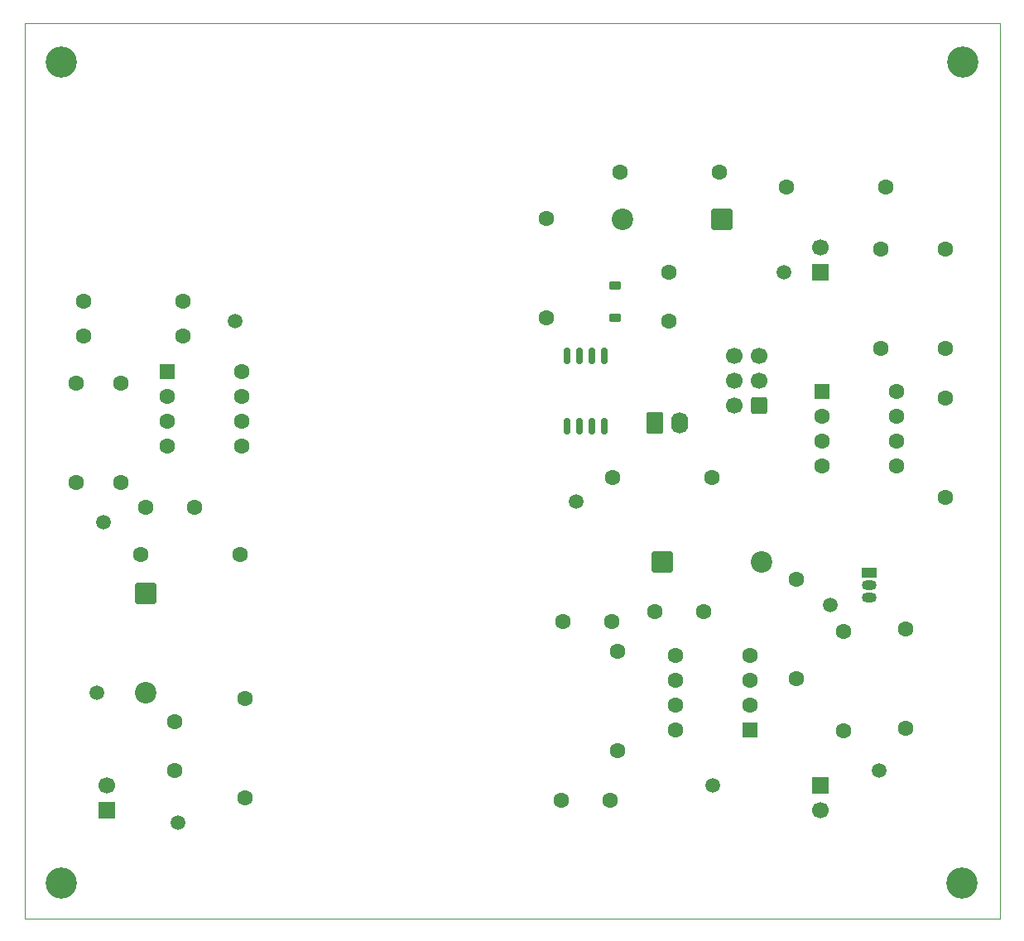
<source format=gts>
G04 #@! TF.GenerationSoftware,KiCad,Pcbnew,9.0.4*
G04 #@! TF.CreationDate,2025-11-01T23:58:45-05:00*
G04 #@! TF.ProjectId,ece_445_low_power_stripped,6563655f-3434-4355-9f6c-6f775f706f77,rev?*
G04 #@! TF.SameCoordinates,Original*
G04 #@! TF.FileFunction,Soldermask,Top*
G04 #@! TF.FilePolarity,Negative*
%FSLAX46Y46*%
G04 Gerber Fmt 4.6, Leading zero omitted, Abs format (unit mm)*
G04 Created by KiCad (PCBNEW 9.0.4) date 2025-11-01 23:58:45*
%MOMM*%
%LPD*%
G01*
G04 APERTURE LIST*
G04 Aperture macros list*
%AMRoundRect*
0 Rectangle with rounded corners*
0 $1 Rounding radius*
0 $2 $3 $4 $5 $6 $7 $8 $9 X,Y pos of 4 corners*
0 Add a 4 corners polygon primitive as box body*
4,1,4,$2,$3,$4,$5,$6,$7,$8,$9,$2,$3,0*
0 Add four circle primitives for the rounded corners*
1,1,$1+$1,$2,$3*
1,1,$1+$1,$4,$5*
1,1,$1+$1,$6,$7*
1,1,$1+$1,$8,$9*
0 Add four rect primitives between the rounded corners*
20,1,$1+$1,$2,$3,$4,$5,0*
20,1,$1+$1,$4,$5,$6,$7,0*
20,1,$1+$1,$6,$7,$8,$9,0*
20,1,$1+$1,$8,$9,$2,$3,0*%
G04 Aperture macros list end*
%ADD10C,1.600000*%
%ADD11RoundRect,0.250000X-0.550000X-0.550000X0.550000X-0.550000X0.550000X0.550000X-0.550000X0.550000X0*%
%ADD12C,3.200000*%
%ADD13RoundRect,0.162500X0.162500X-0.650000X0.162500X0.650000X-0.162500X0.650000X-0.162500X-0.650000X0*%
%ADD14RoundRect,0.225000X-0.375000X0.225000X-0.375000X-0.225000X0.375000X-0.225000X0.375000X0.225000X0*%
%ADD15R,1.500000X1.050000*%
%ADD16O,1.500000X1.050000*%
%ADD17R,1.700000X1.700000*%
%ADD18C,1.700000*%
%ADD19C,1.500000*%
%ADD20RoundRect,0.250000X-0.620000X-0.845000X0.620000X-0.845000X0.620000X0.845000X-0.620000X0.845000X0*%
%ADD21O,1.740000X2.190000*%
%ADD22RoundRect,0.249999X0.850001X0.850001X-0.850001X0.850001X-0.850001X-0.850001X0.850001X-0.850001X0*%
%ADD23C,2.200000*%
%ADD24RoundRect,0.250000X0.550000X0.550000X-0.550000X0.550000X-0.550000X-0.550000X0.550000X-0.550000X0*%
%ADD25RoundRect,0.250000X0.600000X0.600000X-0.600000X0.600000X-0.600000X-0.600000X0.600000X-0.600000X0*%
%ADD26RoundRect,0.249999X-0.850001X0.850001X-0.850001X-0.850001X0.850001X-0.850001X0.850001X0.850001X0*%
%ADD27RoundRect,0.249999X-0.850001X-0.850001X0.850001X-0.850001X0.850001X0.850001X-0.850001X0.850001X0*%
G04 #@! TA.AperFunction,Profile*
%ADD28C,0.050000*%
G04 #@! TD*
G04 APERTURE END LIST*
D10*
X129794000Y-70094000D03*
X119634000Y-70094000D03*
D11*
X128195000Y-73720000D03*
D10*
X128195000Y-76260000D03*
X128195000Y-78800000D03*
X128195000Y-81340000D03*
X135815000Y-81340000D03*
X135815000Y-78800000D03*
X135815000Y-76260000D03*
X135815000Y-73720000D03*
D11*
X195195000Y-75720000D03*
D10*
X195195000Y-78260000D03*
X195195000Y-80800000D03*
X195195000Y-83340000D03*
X202815000Y-83340000D03*
X202815000Y-80800000D03*
X202815000Y-78260000D03*
X202815000Y-75720000D03*
X125476000Y-92446000D03*
X135636000Y-92446000D03*
D12*
X209550000Y-42000000D03*
D10*
X173752000Y-84572000D03*
X183912000Y-84572000D03*
D12*
X209500000Y-126000000D03*
D10*
X203708000Y-110226000D03*
X203708000Y-100066000D03*
D13*
X169095000Y-79269500D03*
X170365000Y-79269500D03*
X171635000Y-79269500D03*
X172905000Y-79269500D03*
X172905000Y-72094500D03*
X171635000Y-72094500D03*
X170365000Y-72094500D03*
X169095000Y-72094500D03*
D10*
X179500000Y-68530000D03*
X179500000Y-63530000D03*
X173500000Y-117530000D03*
X168500000Y-117530000D03*
D14*
X174000000Y-64880000D03*
X174000000Y-68180000D03*
D10*
X192532000Y-94986000D03*
X192532000Y-105146000D03*
D15*
X200000000Y-94260000D03*
D16*
X200000000Y-95530000D03*
X200000000Y-96800000D03*
D10*
X126024000Y-87620000D03*
X131024000Y-87620000D03*
D17*
X195000000Y-63530000D03*
D18*
X195000000Y-60990000D03*
D10*
X207772000Y-86604000D03*
X207772000Y-76444000D03*
X178094000Y-98288000D03*
X183094000Y-98288000D03*
D19*
X201000000Y-114530000D03*
X135128000Y-68570000D03*
D10*
X129000000Y-114530000D03*
X129000000Y-109530000D03*
D19*
X191262000Y-63530000D03*
D20*
X178054000Y-78984000D03*
D21*
X180594000Y-78984000D03*
D19*
X184000000Y-116030000D03*
D10*
X201168000Y-71364000D03*
X201168000Y-61204000D03*
X136144000Y-107178000D03*
X136144000Y-117338000D03*
D22*
X184912000Y-58156000D03*
D23*
X174752000Y-58156000D03*
D10*
X184658000Y-53330000D03*
X174498000Y-53330000D03*
X167000000Y-58030000D03*
X167000000Y-68190000D03*
X197358000Y-100320000D03*
X197358000Y-110480000D03*
D19*
X121666000Y-89144000D03*
D10*
X119634000Y-66538000D03*
X129794000Y-66538000D03*
D19*
X129286000Y-119878000D03*
D10*
X207772000Y-71364000D03*
X207772000Y-61204000D03*
X174244000Y-112512000D03*
X174244000Y-102352000D03*
D12*
X117348000Y-126000000D03*
D10*
X191516000Y-54854000D03*
X201676000Y-54854000D03*
D19*
X196000000Y-97530000D03*
D24*
X187805000Y-110340000D03*
D10*
X187805000Y-107800000D03*
X187805000Y-105260000D03*
X187805000Y-102720000D03*
X180185000Y-102720000D03*
X180185000Y-105260000D03*
X180185000Y-107800000D03*
X180185000Y-110340000D03*
D25*
X188722000Y-77206000D03*
D18*
X186182000Y-77206000D03*
X188722000Y-74666000D03*
X186182000Y-74666000D03*
X188722000Y-72126000D03*
X186182000Y-72126000D03*
D17*
X122000000Y-118530000D03*
D18*
X122000000Y-115990000D03*
D10*
X118872000Y-85080000D03*
X118872000Y-74920000D03*
D17*
X195000000Y-116063000D03*
D18*
X195000000Y-118603000D03*
D19*
X170000000Y-87030000D03*
D10*
X123444000Y-74920000D03*
X123444000Y-85080000D03*
D26*
X126000000Y-96370000D03*
D23*
X126000000Y-106530000D03*
D10*
X173696000Y-99304000D03*
X168696000Y-99304000D03*
D19*
X121000000Y-106530000D03*
D12*
X117348000Y-42000000D03*
D27*
X178816000Y-93208000D03*
D23*
X188976000Y-93208000D03*
D28*
X113614000Y-38011000D02*
X213360000Y-38011000D01*
X213360000Y-129629000D01*
X113614000Y-129629000D01*
X113614000Y-38011000D01*
M02*

</source>
